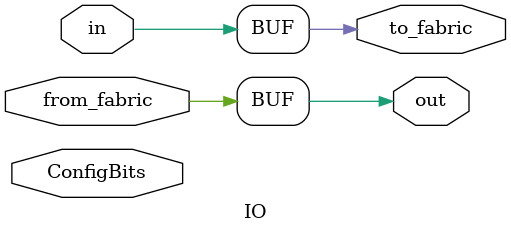
<source format=v>
/* Generated by Yosys 0.50 (git sha1 b5170e139, g++ 12.2.1 -fPIC -O3) */

module IO(from_fabric, to_fabric, in, out, ConfigBits);
  input ConfigBits;
  wire ConfigBits;
  input from_fabric;
  wire from_fabric;
  input in;
  wire in;
  output out;
  wire out;
  output to_fabric;
  wire to_fabric;
  assign out = from_fabric;
  assign to_fabric = in;
endmodule

</source>
